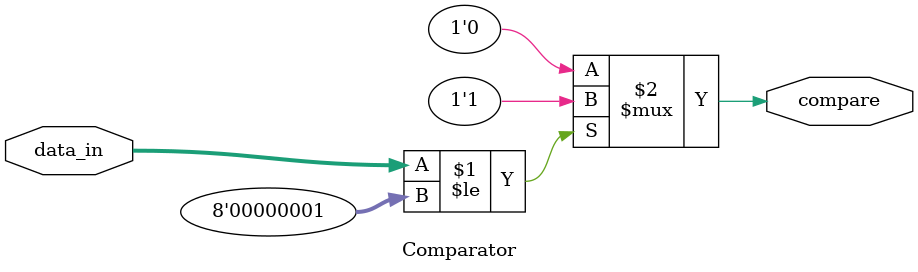
<source format=v>
module Comparator (
    input wire [7:0] data_in,   // Đầu vào 8-bit cần so sánh
    output wire compare         // Đầu ra cho biết kết quả so sánh
);

    // So sánh giá trị đầu vào với 1
    assign compare = (data_in <= 8'b00000001) ? 1'b1 : 1'b0;

endmodule

</source>
